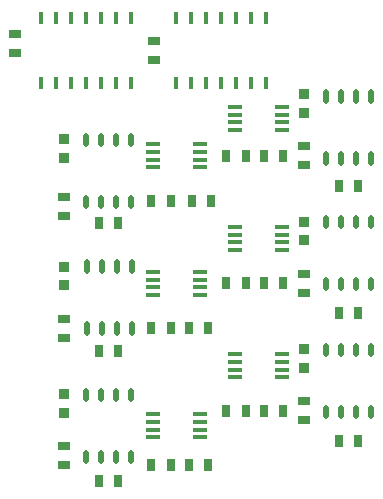
<source format=gbr>
G04 EAGLE Gerber RS-274X export*
G75*
%MOMM*%
%FSLAX34Y34*%
%LPD*%
%INSolderpaste Top*%
%IPPOS*%
%AMOC8*
5,1,8,0,0,1.08239X$1,22.5*%
G01*
G04 Define Apertures*
%ADD10R,0.970200X0.920900*%
%ADD11R,0.798700X0.973900*%
%ADD12R,0.973900X0.798700*%
%ADD13C,0.550000*%
%ADD14R,1.219200X0.406400*%
%ADD15R,0.457200X1.117600*%
D10*
X69850Y297054D03*
X69850Y312546D03*
X69850Y189104D03*
X69850Y204596D03*
X273050Y335154D03*
X273050Y350646D03*
X273050Y227204D03*
X273050Y242696D03*
X273050Y119254D03*
X273050Y134746D03*
X69850Y81154D03*
X69850Y96646D03*
D11*
X178538Y260350D03*
X194842Y260350D03*
X144248Y36830D03*
X160552Y36830D03*
D12*
X69850Y52602D03*
X69850Y36298D03*
D11*
X116102Y22860D03*
X99798Y22860D03*
X239498Y298450D03*
X255802Y298450D03*
X207748Y298450D03*
X224052Y298450D03*
D12*
X273050Y306602D03*
X273050Y290298D03*
D11*
X319302Y273050D03*
X302998Y273050D03*
X239498Y190500D03*
X255802Y190500D03*
X207748Y190500D03*
X224052Y190500D03*
D12*
X273050Y198652D03*
X273050Y182348D03*
D11*
X144248Y260350D03*
X160552Y260350D03*
X319302Y165100D03*
X302998Y165100D03*
X239498Y82550D03*
X255802Y82550D03*
X207748Y82550D03*
X224052Y82550D03*
D12*
X273050Y90702D03*
X273050Y74398D03*
D11*
X319302Y57150D03*
X302998Y57150D03*
D12*
X69850Y263422D03*
X69850Y247118D03*
D11*
X116102Y241300D03*
X99798Y241300D03*
X175998Y152400D03*
X192302Y152400D03*
X144248Y152400D03*
X160552Y152400D03*
D12*
X69850Y160552D03*
X69850Y144248D03*
D11*
X116102Y133350D03*
X99798Y133350D03*
X175998Y36830D03*
X192302Y36830D03*
D13*
X88900Y256000D02*
X88900Y263000D01*
X101600Y263000D02*
X101600Y256000D01*
X114300Y256000D02*
X114300Y263000D01*
X127000Y263000D02*
X127000Y256000D01*
X127000Y308500D02*
X127000Y315500D01*
X114300Y315500D02*
X114300Y308500D01*
X101600Y308500D02*
X101600Y315500D01*
X88900Y315500D02*
X88900Y308500D01*
D14*
X215022Y339950D03*
X215022Y333450D03*
X215022Y326950D03*
X215022Y320450D03*
X254878Y320450D03*
X254878Y326950D03*
X254878Y333450D03*
X254878Y339950D03*
D13*
X292100Y193150D02*
X292100Y186150D01*
X304800Y186150D02*
X304800Y193150D01*
X317500Y193150D02*
X317500Y186150D01*
X330200Y186150D02*
X330200Y193150D01*
X330200Y238650D02*
X330200Y245650D01*
X317500Y245650D02*
X317500Y238650D01*
X304800Y238650D02*
X304800Y245650D01*
X292100Y245650D02*
X292100Y238650D01*
D14*
X215022Y238350D03*
X215022Y231850D03*
X215022Y225350D03*
X215022Y218850D03*
X254878Y218850D03*
X254878Y225350D03*
X254878Y231850D03*
X254878Y238350D03*
D13*
X292100Y85200D02*
X292100Y78200D01*
X304800Y78200D02*
X304800Y85200D01*
X317500Y85200D02*
X317500Y78200D01*
X330200Y78200D02*
X330200Y85200D01*
X330200Y130700D02*
X330200Y137700D01*
X317500Y137700D02*
X317500Y130700D01*
X304800Y130700D02*
X304800Y137700D01*
X292100Y137700D02*
X292100Y130700D01*
D14*
X215022Y130400D03*
X215022Y123900D03*
X215022Y117400D03*
X215022Y110900D03*
X254878Y110900D03*
X254878Y117400D03*
X254878Y123900D03*
X254878Y130400D03*
X145172Y308200D03*
X145172Y301700D03*
X145172Y295200D03*
X145172Y288700D03*
X185028Y288700D03*
X185028Y295200D03*
X185028Y301700D03*
X185028Y308200D03*
D13*
X89675Y155844D02*
X89675Y148844D01*
X102375Y148844D02*
X102375Y155844D01*
X115075Y155844D02*
X115075Y148844D01*
X127775Y148844D02*
X127775Y155844D01*
X127775Y201344D02*
X127775Y208344D01*
X115075Y208344D02*
X115075Y201344D01*
X102375Y201344D02*
X102375Y208344D01*
X89675Y208344D02*
X89675Y201344D01*
D14*
X145172Y200250D03*
X145172Y193750D03*
X145172Y187250D03*
X145172Y180750D03*
X185028Y180750D03*
X185028Y187250D03*
X185028Y193750D03*
X185028Y200250D03*
D13*
X88900Y47100D02*
X88900Y40100D01*
X101600Y40100D02*
X101600Y47100D01*
X114300Y47100D02*
X114300Y40100D01*
X127000Y40100D02*
X127000Y47100D01*
X127000Y92600D02*
X127000Y99600D01*
X114300Y99600D02*
X114300Y92600D01*
X101600Y92600D02*
X101600Y99600D01*
X88900Y99600D02*
X88900Y92600D01*
D14*
X145172Y79600D03*
X145172Y73100D03*
X145172Y66600D03*
X145172Y60100D03*
X185028Y60100D03*
X185028Y66600D03*
X185028Y73100D03*
X185028Y79600D03*
D13*
X292100Y292797D02*
X292100Y299797D01*
X304800Y299797D02*
X304800Y292797D01*
X317500Y292797D02*
X317500Y299797D01*
X330200Y299797D02*
X330200Y292797D01*
X330200Y345297D02*
X330200Y352297D01*
X317500Y352297D02*
X317500Y345297D01*
X304800Y345297D02*
X304800Y352297D01*
X292100Y352297D02*
X292100Y345297D01*
D12*
X146050Y379198D03*
X146050Y395502D03*
X28656Y401852D03*
X28656Y385548D03*
D15*
X50800Y359918D03*
X63500Y359918D03*
X76200Y359918D03*
X88900Y359918D03*
X101600Y359918D03*
X114300Y359918D03*
X127000Y359918D03*
X127000Y414782D03*
X114300Y414782D03*
X101600Y414782D03*
X88900Y414782D03*
X76200Y414782D03*
X63500Y414782D03*
X50800Y414782D03*
X164846Y359918D03*
X177546Y359918D03*
X190246Y359918D03*
X202946Y359918D03*
X215646Y359918D03*
X228346Y359918D03*
X241046Y359918D03*
X241046Y414782D03*
X228346Y414782D03*
X215646Y414782D03*
X202946Y414782D03*
X190246Y414782D03*
X177546Y414782D03*
X164846Y414782D03*
M02*

</source>
